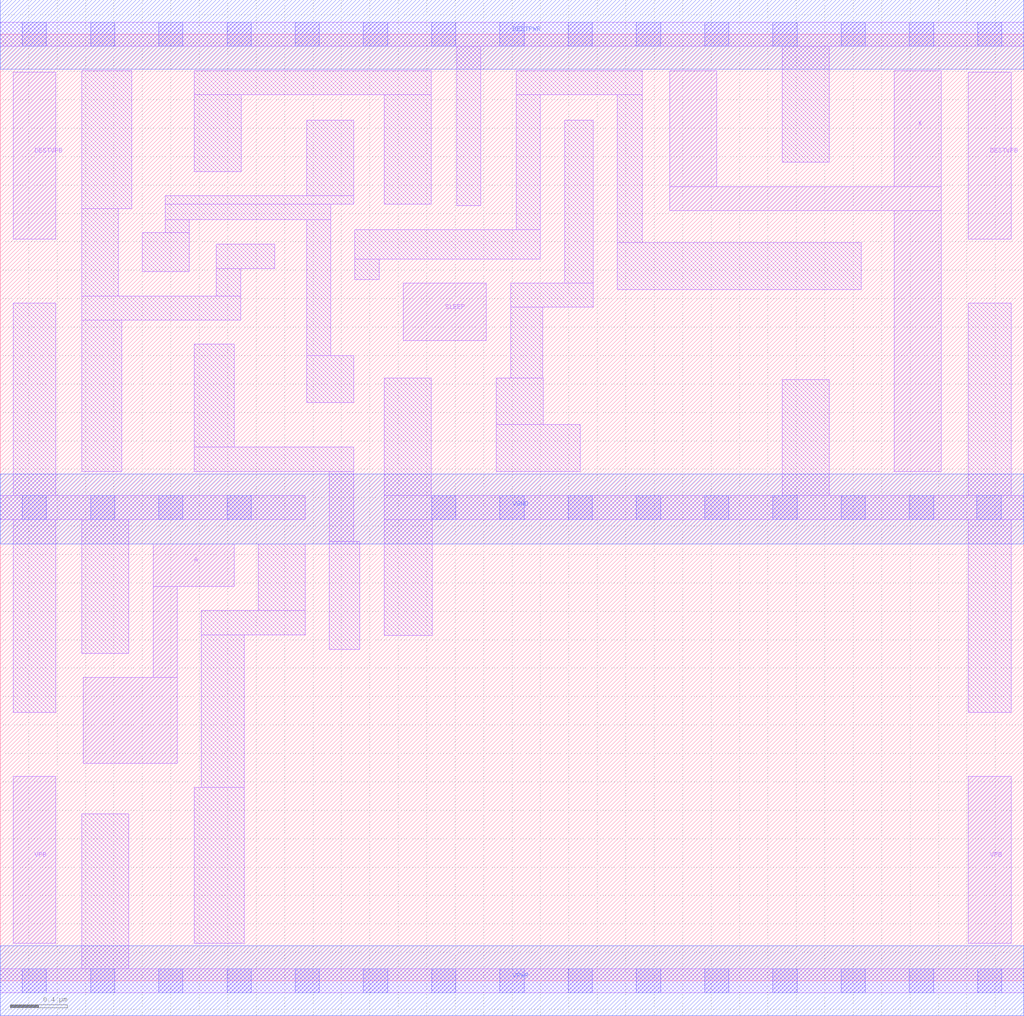
<source format=lef>
# Copyright 2020 The SkyWater PDK Authors
#
# Licensed under the Apache License, Version 2.0 (the "License");
# you may not use this file except in compliance with the License.
# You may obtain a copy of the License at
#
#     https://www.apache.org/licenses/LICENSE-2.0
#
# Unless required by applicable law or agreed to in writing, software
# distributed under the License is distributed on an "AS IS" BASIS,
# WITHOUT WARRANTIES OR CONDITIONS OF ANY KIND, either express or implied.
# See the License for the specific language governing permissions and
# limitations under the License.
#
# SPDX-License-Identifier: Apache-2.0

VERSION 5.5 ;
NAMESCASESENSITIVE ON ;
BUSBITCHARS "[]" ;
DIVIDERCHAR "/" ;
MACRO sky130_fd_sc_lp__lsbufiso1p_lp
  CLASS CORE ;
  SOURCE USER ;
  ORIGIN  0.000000  0.000000 ;
  SIZE  7.200000 BY  6.660000 ;
  SYMMETRY X Y R90 ;
  SITE unit ;
  PIN A
    ANTENNAGATEAREA  0.678000 ;
    DIRECTION INPUT ;
    USE SIGNAL ;
    PORT
      LAYER li1 ;
        RECT 0.585000 1.530000 1.245000 2.135000 ;
        RECT 1.075000 2.135000 1.245000 2.775000 ;
        RECT 1.075000 2.775000 1.645000 3.075000 ;
    END
  END A
  PIN SLEEP
    ANTENNAGATEAREA  0.576000 ;
    DIRECTION INPUT ;
    USE SIGNAL ;
    PORT
      LAYER li1 ;
        RECT 2.835000 4.505000 3.420000 4.910000 ;
    END
  END SLEEP
  PIN X
    ANTENNADIFFAREA  0.772600 ;
    DIRECTION OUTPUT ;
    USE SIGNAL ;
    PORT
      LAYER li1 ;
        RECT 4.710000 5.420000 6.620000 5.590000 ;
        RECT 4.710000 5.590000 5.040000 6.405000 ;
        RECT 6.290000 3.585000 6.620000 5.420000 ;
        RECT 6.290000 5.590000 6.620000 6.405000 ;
    END
  END X
  PIN DESTPWR
    DIRECTION INOUT ;
    USE POWER ;
    PORT
      LAYER met1 ;
        RECT 0.000000 6.415000 7.200000 6.905000 ;
    END
  END DESTPWR
  PIN DESTVPB
    DIRECTION INOUT ;
    USE POWER ;
    PORT
      LAYER li1 ;
        RECT 0.090000 5.220000 0.390000 6.395000 ;
    END
    PORT
      LAYER li1 ;
        RECT 6.810000 5.220000 7.110000 6.395000 ;
    END
  END DESTVPB
  PIN VGND
    DIRECTION INOUT ;
    USE GROUND ;
    PORT
      LAYER met1 ;
        RECT 0.000000 3.075000 7.200000 3.565000 ;
    END
  END VGND
  PIN VPB
    DIRECTION INOUT ;
    USE POWER ;
    PORT
      LAYER li1 ;
        RECT 0.090000 0.265000 0.390000 1.440000 ;
    END
    PORT
      LAYER li1 ;
        RECT 6.810000 0.265000 7.110000 1.440000 ;
    END
  END VPB
  PIN VPWR
    DIRECTION INOUT ;
    USE POWER ;
    PORT
      LAYER met1 ;
        RECT 0.000000 -0.245000 7.200000 0.245000 ;
    END
  END VPWR
  OBS
    LAYER li1 ;
      RECT 0.000000 -0.085000 7.200000 0.085000 ;
      RECT 0.000000  3.245000 2.145000 3.415000 ;
      RECT 0.000000  6.575000 7.200000 6.745000 ;
      RECT 0.090000  1.890000 0.390000 3.245000 ;
      RECT 0.090000  3.415000 0.390000 4.770000 ;
      RECT 0.575000  0.085000 0.905000 1.175000 ;
      RECT 0.575000  2.305000 0.905000 3.245000 ;
      RECT 0.575000  3.585000 0.855000 4.650000 ;
      RECT 0.575000  4.650000 1.690000 4.820000 ;
      RECT 0.575000  4.820000 0.830000 5.435000 ;
      RECT 0.575000  5.435000 0.925000 6.405000 ;
      RECT 1.000000  4.990000 1.330000 5.265000 ;
      RECT 1.160000  5.265000 1.330000 5.355000 ;
      RECT 1.160000  5.355000 2.325000 5.465000 ;
      RECT 1.160000  5.465000 2.485000 5.525000 ;
      RECT 1.365000  0.265000 1.715000 1.360000 ;
      RECT 1.365000  3.585000 2.485000 3.755000 ;
      RECT 1.365000  3.755000 1.645000 4.480000 ;
      RECT 1.365000  5.695000 1.695000 6.235000 ;
      RECT 1.365000  6.235000 3.030000 6.405000 ;
      RECT 1.415000  1.360000 1.715000 2.435000 ;
      RECT 1.415000  2.435000 2.145000 2.605000 ;
      RECT 1.520000  4.820000 1.690000 5.010000 ;
      RECT 1.520000  5.010000 1.930000 5.185000 ;
      RECT 1.815000  2.605000 2.145000 3.075000 ;
      RECT 2.155000  4.070000 2.485000 4.400000 ;
      RECT 2.155000  4.400000 2.325000 5.355000 ;
      RECT 2.155000  5.525000 2.485000 6.055000 ;
      RECT 2.315000  2.330000 2.530000 3.090000 ;
      RECT 2.315000  3.090000 2.485000 3.585000 ;
      RECT 2.495000  4.935000 2.665000 5.080000 ;
      RECT 2.495000  5.080000 3.800000 5.285000 ;
      RECT 2.700000  2.430000 3.040000 3.245000 ;
      RECT 2.700000  3.245000 7.200000 3.415000 ;
      RECT 2.700000  3.415000 3.030000 4.240000 ;
      RECT 2.700000  5.465000 3.030000 6.235000 ;
      RECT 3.210000  5.455000 3.380000 6.575000 ;
      RECT 3.490000  3.585000 4.080000 3.915000 ;
      RECT 3.490000  3.915000 3.820000 4.240000 ;
      RECT 3.590000  4.240000 3.815000 4.740000 ;
      RECT 3.590000  4.740000 4.170000 4.910000 ;
      RECT 3.630000  5.285000 3.800000 6.235000 ;
      RECT 3.630000  6.235000 4.515000 6.405000 ;
      RECT 3.970000  4.910000 4.170000 6.055000 ;
      RECT 4.340000  4.865000 6.055000 5.195000 ;
      RECT 4.340000  5.195000 4.515000 6.235000 ;
      RECT 5.500000  3.415000 5.830000 4.230000 ;
      RECT 5.500000  5.760000 5.830000 6.575000 ;
      RECT 6.810000  1.890000 7.110000 3.245000 ;
      RECT 6.810000  3.415000 7.110000 4.770000 ;
    LAYER mcon ;
      RECT 0.155000 -0.085000 0.325000 0.085000 ;
      RECT 0.155000  3.245000 0.325000 3.415000 ;
      RECT 0.155000  6.575000 0.325000 6.745000 ;
      RECT 0.635000 -0.085000 0.805000 0.085000 ;
      RECT 0.635000  3.245000 0.805000 3.415000 ;
      RECT 0.635000  6.575000 0.805000 6.745000 ;
      RECT 1.115000 -0.085000 1.285000 0.085000 ;
      RECT 1.115000  3.245000 1.285000 3.415000 ;
      RECT 1.115000  6.575000 1.285000 6.745000 ;
      RECT 1.595000 -0.085000 1.765000 0.085000 ;
      RECT 1.595000  3.245000 1.765000 3.415000 ;
      RECT 1.595000  6.575000 1.765000 6.745000 ;
      RECT 2.075000 -0.085000 2.245000 0.085000 ;
      RECT 2.075000  6.575000 2.245000 6.745000 ;
      RECT 2.555000 -0.085000 2.725000 0.085000 ;
      RECT 2.555000  6.575000 2.725000 6.745000 ;
      RECT 3.035000 -0.085000 3.205000 0.085000 ;
      RECT 3.035000  3.245000 3.205000 3.415000 ;
      RECT 3.035000  6.575000 3.205000 6.745000 ;
      RECT 3.515000 -0.085000 3.685000 0.085000 ;
      RECT 3.515000  3.245000 3.685000 3.415000 ;
      RECT 3.515000  6.575000 3.685000 6.745000 ;
      RECT 3.995000 -0.085000 4.165000 0.085000 ;
      RECT 3.995000  3.245000 4.165000 3.415000 ;
      RECT 3.995000  6.575000 4.165000 6.745000 ;
      RECT 4.475000 -0.085000 4.645000 0.085000 ;
      RECT 4.475000  3.245000 4.645000 3.415000 ;
      RECT 4.475000  6.575000 4.645000 6.745000 ;
      RECT 4.955000 -0.085000 5.125000 0.085000 ;
      RECT 4.955000  3.245000 5.125000 3.415000 ;
      RECT 4.955000  6.575000 5.125000 6.745000 ;
      RECT 5.435000 -0.085000 5.605000 0.085000 ;
      RECT 5.435000  3.245000 5.605000 3.415000 ;
      RECT 5.435000  6.575000 5.605000 6.745000 ;
      RECT 5.915000 -0.085000 6.085000 0.085000 ;
      RECT 5.915000  3.245000 6.085000 3.415000 ;
      RECT 5.915000  6.575000 6.085000 6.745000 ;
      RECT 6.395000 -0.085000 6.565000 0.085000 ;
      RECT 6.395000  3.245000 6.565000 3.415000 ;
      RECT 6.395000  6.575000 6.565000 6.745000 ;
      RECT 6.870000  3.245000 7.040000 3.415000 ;
      RECT 6.875000 -0.085000 7.045000 0.085000 ;
      RECT 6.875000  6.575000 7.045000 6.745000 ;
  END
END sky130_fd_sc_lp__lsbufiso1p_lp

</source>
